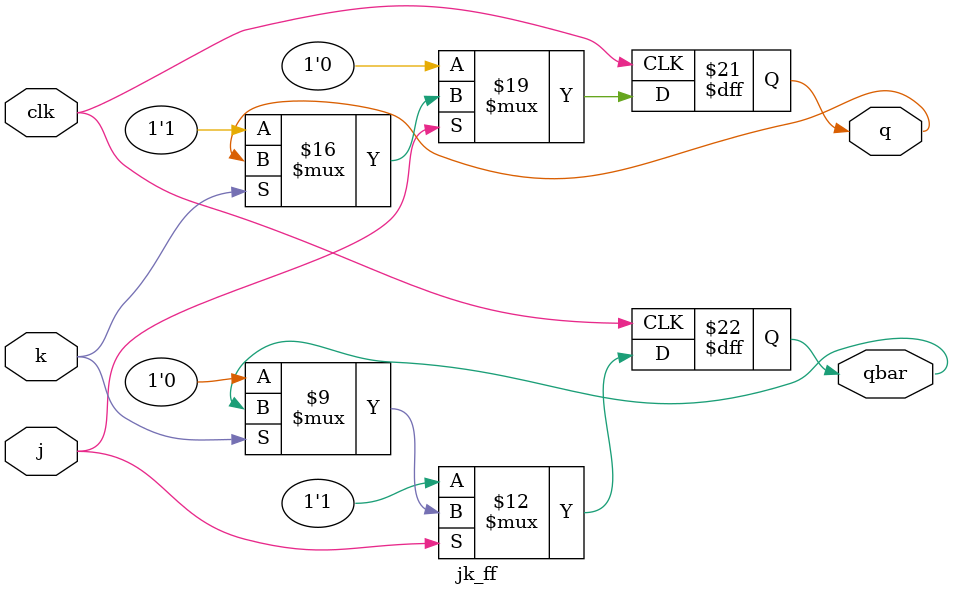
<source format=v>
module jk_ff(j,k,clk,q,qbar);
input j,k,clk;
output reg q,qbar;
always@(posedge clk)
begin
if(j==0)
begin
q<= 0;
qbar<= 1;
end

else if(k==0)
begin
q<= 1;
qbar <= 0;
end 

else if(j==0 & k==0)
begin
q<=q;
qbar<=qbar;

end
end
endmodule



</source>
